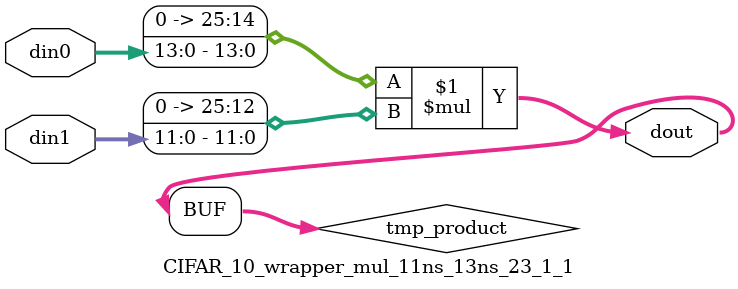
<source format=v>

`timescale 1 ns / 1 ps

  module CIFAR_10_wrapper_mul_11ns_13ns_23_1_1(din0, din1, dout);
parameter ID = 1;
parameter NUM_STAGE = 0;
parameter din0_WIDTH = 14;
parameter din1_WIDTH = 12;
parameter dout_WIDTH = 26;

input [din0_WIDTH - 1 : 0] din0; 
input [din1_WIDTH - 1 : 0] din1; 
output [dout_WIDTH - 1 : 0] dout;

wire signed [dout_WIDTH - 1 : 0] tmp_product;










assign tmp_product = $signed({1'b0, din0}) * $signed({1'b0, din1});











assign dout = tmp_product;







endmodule

</source>
